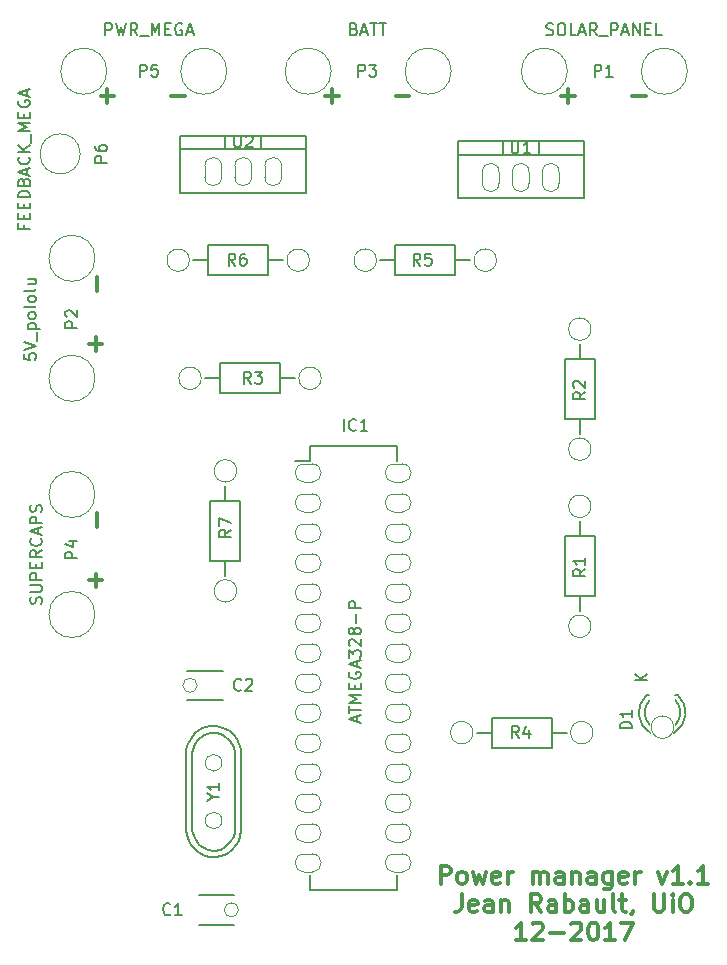
<source format=gto>
G04 #@! TF.FileFunction,Legend,Top*
%FSLAX46Y46*%
G04 Gerber Fmt 4.6, Leading zero omitted, Abs format (unit mm)*
G04 Created by KiCad (PCBNEW 4.0.2+dfsg1-stable) date on. 29. nov. 2017 kl. 15.41 +0100*
%MOMM*%
G01*
G04 APERTURE LIST*
%ADD10C,0.100000*%
%ADD11C,0.300000*%
%ADD12C,0.150000*%
G04 APERTURE END LIST*
D10*
D11*
X116214287Y-112778571D02*
X116214287Y-111278571D01*
X116785715Y-111278571D01*
X116928573Y-111350000D01*
X117000001Y-111421429D01*
X117071430Y-111564286D01*
X117071430Y-111778571D01*
X117000001Y-111921429D01*
X116928573Y-111992857D01*
X116785715Y-112064286D01*
X116214287Y-112064286D01*
X117928573Y-112778571D02*
X117785715Y-112707143D01*
X117714287Y-112635714D01*
X117642858Y-112492857D01*
X117642858Y-112064286D01*
X117714287Y-111921429D01*
X117785715Y-111850000D01*
X117928573Y-111778571D01*
X118142858Y-111778571D01*
X118285715Y-111850000D01*
X118357144Y-111921429D01*
X118428573Y-112064286D01*
X118428573Y-112492857D01*
X118357144Y-112635714D01*
X118285715Y-112707143D01*
X118142858Y-112778571D01*
X117928573Y-112778571D01*
X118928573Y-111778571D02*
X119214287Y-112778571D01*
X119500001Y-112064286D01*
X119785716Y-112778571D01*
X120071430Y-111778571D01*
X121214287Y-112707143D02*
X121071430Y-112778571D01*
X120785716Y-112778571D01*
X120642859Y-112707143D01*
X120571430Y-112564286D01*
X120571430Y-111992857D01*
X120642859Y-111850000D01*
X120785716Y-111778571D01*
X121071430Y-111778571D01*
X121214287Y-111850000D01*
X121285716Y-111992857D01*
X121285716Y-112135714D01*
X120571430Y-112278571D01*
X121928573Y-112778571D02*
X121928573Y-111778571D01*
X121928573Y-112064286D02*
X122000001Y-111921429D01*
X122071430Y-111850000D01*
X122214287Y-111778571D01*
X122357144Y-111778571D01*
X124000001Y-112778571D02*
X124000001Y-111778571D01*
X124000001Y-111921429D02*
X124071429Y-111850000D01*
X124214287Y-111778571D01*
X124428572Y-111778571D01*
X124571429Y-111850000D01*
X124642858Y-111992857D01*
X124642858Y-112778571D01*
X124642858Y-111992857D02*
X124714287Y-111850000D01*
X124857144Y-111778571D01*
X125071429Y-111778571D01*
X125214287Y-111850000D01*
X125285715Y-111992857D01*
X125285715Y-112778571D01*
X126642858Y-112778571D02*
X126642858Y-111992857D01*
X126571429Y-111850000D01*
X126428572Y-111778571D01*
X126142858Y-111778571D01*
X126000001Y-111850000D01*
X126642858Y-112707143D02*
X126500001Y-112778571D01*
X126142858Y-112778571D01*
X126000001Y-112707143D01*
X125928572Y-112564286D01*
X125928572Y-112421429D01*
X126000001Y-112278571D01*
X126142858Y-112207143D01*
X126500001Y-112207143D01*
X126642858Y-112135714D01*
X127357144Y-111778571D02*
X127357144Y-112778571D01*
X127357144Y-111921429D02*
X127428572Y-111850000D01*
X127571430Y-111778571D01*
X127785715Y-111778571D01*
X127928572Y-111850000D01*
X128000001Y-111992857D01*
X128000001Y-112778571D01*
X129357144Y-112778571D02*
X129357144Y-111992857D01*
X129285715Y-111850000D01*
X129142858Y-111778571D01*
X128857144Y-111778571D01*
X128714287Y-111850000D01*
X129357144Y-112707143D02*
X129214287Y-112778571D01*
X128857144Y-112778571D01*
X128714287Y-112707143D01*
X128642858Y-112564286D01*
X128642858Y-112421429D01*
X128714287Y-112278571D01*
X128857144Y-112207143D01*
X129214287Y-112207143D01*
X129357144Y-112135714D01*
X130714287Y-111778571D02*
X130714287Y-112992857D01*
X130642858Y-113135714D01*
X130571430Y-113207143D01*
X130428573Y-113278571D01*
X130214287Y-113278571D01*
X130071430Y-113207143D01*
X130714287Y-112707143D02*
X130571430Y-112778571D01*
X130285716Y-112778571D01*
X130142858Y-112707143D01*
X130071430Y-112635714D01*
X130000001Y-112492857D01*
X130000001Y-112064286D01*
X130071430Y-111921429D01*
X130142858Y-111850000D01*
X130285716Y-111778571D01*
X130571430Y-111778571D01*
X130714287Y-111850000D01*
X132000001Y-112707143D02*
X131857144Y-112778571D01*
X131571430Y-112778571D01*
X131428573Y-112707143D01*
X131357144Y-112564286D01*
X131357144Y-111992857D01*
X131428573Y-111850000D01*
X131571430Y-111778571D01*
X131857144Y-111778571D01*
X132000001Y-111850000D01*
X132071430Y-111992857D01*
X132071430Y-112135714D01*
X131357144Y-112278571D01*
X132714287Y-112778571D02*
X132714287Y-111778571D01*
X132714287Y-112064286D02*
X132785715Y-111921429D01*
X132857144Y-111850000D01*
X133000001Y-111778571D01*
X133142858Y-111778571D01*
X134642858Y-111778571D02*
X135000001Y-112778571D01*
X135357143Y-111778571D01*
X136714286Y-112778571D02*
X135857143Y-112778571D01*
X136285715Y-112778571D02*
X136285715Y-111278571D01*
X136142858Y-111492857D01*
X136000000Y-111635714D01*
X135857143Y-111707143D01*
X137357143Y-112635714D02*
X137428571Y-112707143D01*
X137357143Y-112778571D01*
X137285714Y-112707143D01*
X137357143Y-112635714D01*
X137357143Y-112778571D01*
X138857143Y-112778571D02*
X138000000Y-112778571D01*
X138428572Y-112778571D02*
X138428572Y-111278571D01*
X138285715Y-111492857D01*
X138142857Y-111635714D01*
X138000000Y-111707143D01*
X117999999Y-113678571D02*
X117999999Y-114750000D01*
X117928571Y-114964286D01*
X117785714Y-115107143D01*
X117571428Y-115178571D01*
X117428571Y-115178571D01*
X119285713Y-115107143D02*
X119142856Y-115178571D01*
X118857142Y-115178571D01*
X118714285Y-115107143D01*
X118642856Y-114964286D01*
X118642856Y-114392857D01*
X118714285Y-114250000D01*
X118857142Y-114178571D01*
X119142856Y-114178571D01*
X119285713Y-114250000D01*
X119357142Y-114392857D01*
X119357142Y-114535714D01*
X118642856Y-114678571D01*
X120642856Y-115178571D02*
X120642856Y-114392857D01*
X120571427Y-114250000D01*
X120428570Y-114178571D01*
X120142856Y-114178571D01*
X119999999Y-114250000D01*
X120642856Y-115107143D02*
X120499999Y-115178571D01*
X120142856Y-115178571D01*
X119999999Y-115107143D01*
X119928570Y-114964286D01*
X119928570Y-114821429D01*
X119999999Y-114678571D01*
X120142856Y-114607143D01*
X120499999Y-114607143D01*
X120642856Y-114535714D01*
X121357142Y-114178571D02*
X121357142Y-115178571D01*
X121357142Y-114321429D02*
X121428570Y-114250000D01*
X121571428Y-114178571D01*
X121785713Y-114178571D01*
X121928570Y-114250000D01*
X121999999Y-114392857D01*
X121999999Y-115178571D01*
X124714285Y-115178571D02*
X124214285Y-114464286D01*
X123857142Y-115178571D02*
X123857142Y-113678571D01*
X124428570Y-113678571D01*
X124571428Y-113750000D01*
X124642856Y-113821429D01*
X124714285Y-113964286D01*
X124714285Y-114178571D01*
X124642856Y-114321429D01*
X124571428Y-114392857D01*
X124428570Y-114464286D01*
X123857142Y-114464286D01*
X125999999Y-115178571D02*
X125999999Y-114392857D01*
X125928570Y-114250000D01*
X125785713Y-114178571D01*
X125499999Y-114178571D01*
X125357142Y-114250000D01*
X125999999Y-115107143D02*
X125857142Y-115178571D01*
X125499999Y-115178571D01*
X125357142Y-115107143D01*
X125285713Y-114964286D01*
X125285713Y-114821429D01*
X125357142Y-114678571D01*
X125499999Y-114607143D01*
X125857142Y-114607143D01*
X125999999Y-114535714D01*
X126714285Y-115178571D02*
X126714285Y-113678571D01*
X126714285Y-114250000D02*
X126857142Y-114178571D01*
X127142856Y-114178571D01*
X127285713Y-114250000D01*
X127357142Y-114321429D01*
X127428571Y-114464286D01*
X127428571Y-114892857D01*
X127357142Y-115035714D01*
X127285713Y-115107143D01*
X127142856Y-115178571D01*
X126857142Y-115178571D01*
X126714285Y-115107143D01*
X128714285Y-115178571D02*
X128714285Y-114392857D01*
X128642856Y-114250000D01*
X128499999Y-114178571D01*
X128214285Y-114178571D01*
X128071428Y-114250000D01*
X128714285Y-115107143D02*
X128571428Y-115178571D01*
X128214285Y-115178571D01*
X128071428Y-115107143D01*
X127999999Y-114964286D01*
X127999999Y-114821429D01*
X128071428Y-114678571D01*
X128214285Y-114607143D01*
X128571428Y-114607143D01*
X128714285Y-114535714D01*
X130071428Y-114178571D02*
X130071428Y-115178571D01*
X129428571Y-114178571D02*
X129428571Y-114964286D01*
X129499999Y-115107143D01*
X129642857Y-115178571D01*
X129857142Y-115178571D01*
X129999999Y-115107143D01*
X130071428Y-115035714D01*
X131000000Y-115178571D02*
X130857142Y-115107143D01*
X130785714Y-114964286D01*
X130785714Y-113678571D01*
X131357142Y-114178571D02*
X131928571Y-114178571D01*
X131571428Y-113678571D02*
X131571428Y-114964286D01*
X131642856Y-115107143D01*
X131785714Y-115178571D01*
X131928571Y-115178571D01*
X132499999Y-115107143D02*
X132499999Y-115178571D01*
X132428571Y-115321429D01*
X132357142Y-115392857D01*
X134285714Y-113678571D02*
X134285714Y-114892857D01*
X134357142Y-115035714D01*
X134428571Y-115107143D01*
X134571428Y-115178571D01*
X134857142Y-115178571D01*
X135000000Y-115107143D01*
X135071428Y-115035714D01*
X135142857Y-114892857D01*
X135142857Y-113678571D01*
X135857143Y-115178571D02*
X135857143Y-114178571D01*
X135857143Y-113678571D02*
X135785714Y-113750000D01*
X135857143Y-113821429D01*
X135928571Y-113750000D01*
X135857143Y-113678571D01*
X135857143Y-113821429D01*
X136857143Y-113678571D02*
X137142857Y-113678571D01*
X137285715Y-113750000D01*
X137428572Y-113892857D01*
X137500000Y-114178571D01*
X137500000Y-114678571D01*
X137428572Y-114964286D01*
X137285715Y-115107143D01*
X137142857Y-115178571D01*
X136857143Y-115178571D01*
X136714286Y-115107143D01*
X136571429Y-114964286D01*
X136500000Y-114678571D01*
X136500000Y-114178571D01*
X136571429Y-113892857D01*
X136714286Y-113750000D01*
X136857143Y-113678571D01*
X123428573Y-117578571D02*
X122571430Y-117578571D01*
X123000002Y-117578571D02*
X123000002Y-116078571D01*
X122857145Y-116292857D01*
X122714287Y-116435714D01*
X122571430Y-116507143D01*
X124000001Y-116221429D02*
X124071430Y-116150000D01*
X124214287Y-116078571D01*
X124571430Y-116078571D01*
X124714287Y-116150000D01*
X124785716Y-116221429D01*
X124857144Y-116364286D01*
X124857144Y-116507143D01*
X124785716Y-116721429D01*
X123928573Y-117578571D01*
X124857144Y-117578571D01*
X125500001Y-117007143D02*
X126642858Y-117007143D01*
X127285715Y-116221429D02*
X127357144Y-116150000D01*
X127500001Y-116078571D01*
X127857144Y-116078571D01*
X128000001Y-116150000D01*
X128071430Y-116221429D01*
X128142858Y-116364286D01*
X128142858Y-116507143D01*
X128071430Y-116721429D01*
X127214287Y-117578571D01*
X128142858Y-117578571D01*
X129071429Y-116078571D02*
X129214286Y-116078571D01*
X129357143Y-116150000D01*
X129428572Y-116221429D01*
X129500001Y-116364286D01*
X129571429Y-116650000D01*
X129571429Y-117007143D01*
X129500001Y-117292857D01*
X129428572Y-117435714D01*
X129357143Y-117507143D01*
X129214286Y-117578571D01*
X129071429Y-117578571D01*
X128928572Y-117507143D01*
X128857143Y-117435714D01*
X128785715Y-117292857D01*
X128714286Y-117007143D01*
X128714286Y-116650000D01*
X128785715Y-116364286D01*
X128857143Y-116221429D01*
X128928572Y-116150000D01*
X129071429Y-116078571D01*
X131000000Y-117578571D02*
X130142857Y-117578571D01*
X130571429Y-117578571D02*
X130571429Y-116078571D01*
X130428572Y-116292857D01*
X130285714Y-116435714D01*
X130142857Y-116507143D01*
X131500000Y-116078571D02*
X132500000Y-116078571D01*
X131857143Y-117578571D01*
X86428572Y-87107143D02*
X87571429Y-87107143D01*
X87000000Y-87678571D02*
X87000000Y-86535714D01*
X87107143Y-82571428D02*
X87107143Y-81428571D01*
X86428572Y-67107143D02*
X87571429Y-67107143D01*
X87000000Y-67678571D02*
X87000000Y-66535714D01*
X87107143Y-62571428D02*
X87107143Y-61428571D01*
X87428572Y-46107143D02*
X88571429Y-46107143D01*
X88000000Y-46678571D02*
X88000000Y-45535714D01*
X93428572Y-46107143D02*
X94571429Y-46107143D01*
X106428572Y-46107143D02*
X107571429Y-46107143D01*
X107000000Y-46678571D02*
X107000000Y-45535714D01*
X112428572Y-46107143D02*
X113571429Y-46107143D01*
X126428572Y-46107143D02*
X127571429Y-46107143D01*
X127000000Y-46678571D02*
X127000000Y-45535714D01*
X132428572Y-46107143D02*
X133571429Y-46107143D01*
D12*
X95750000Y-113750000D02*
X98750000Y-113750000D01*
X98750000Y-116250000D02*
X95750000Y-116250000D01*
X97750000Y-97250000D02*
X94750000Y-97250000D01*
X94750000Y-94750000D02*
X97750000Y-94750000D01*
X133686000Y-96801000D02*
X133886000Y-96801000D01*
X136280000Y-96801000D02*
X136100000Y-96801000D01*
X135969643Y-100028744D02*
G75*
G03X136286000Y-96801000I-1003643J1727744D01*
G01*
X136099068Y-99353006D02*
G75*
G03X136100000Y-97250000I-1133068J1052006D01*
G01*
X133659274Y-96813780D02*
G75*
G03X134006000Y-100051000I1306726J-1497220D01*
G01*
X133886747Y-97287111D02*
G75*
G03X133906000Y-99335000I1079253J-1013889D01*
G01*
X105135000Y-75705000D02*
X105135000Y-76975000D01*
X112485000Y-75705000D02*
X112485000Y-76975000D01*
X112485000Y-113315000D02*
X112485000Y-112045000D01*
X105135000Y-113315000D02*
X105135000Y-112045000D01*
X105135000Y-75705000D02*
X112485000Y-75705000D01*
X105135000Y-113315000D02*
X112485000Y-113315000D01*
X105135000Y-76975000D02*
X103850000Y-76975000D01*
X126730000Y-88460000D02*
X126730000Y-83380000D01*
X126730000Y-83380000D02*
X129270000Y-83380000D01*
X129270000Y-83380000D02*
X129270000Y-88460000D01*
X129270000Y-88460000D02*
X126730000Y-88460000D01*
X128000000Y-88460000D02*
X128000000Y-89730000D01*
X128000000Y-83380000D02*
X128000000Y-82110000D01*
X126730000Y-73460000D02*
X126730000Y-68380000D01*
X126730000Y-68380000D02*
X129270000Y-68380000D01*
X129270000Y-68380000D02*
X129270000Y-73460000D01*
X129270000Y-73460000D02*
X126730000Y-73460000D01*
X128000000Y-73460000D02*
X128000000Y-74730000D01*
X128000000Y-68380000D02*
X128000000Y-67110000D01*
X97540000Y-68730000D02*
X102620000Y-68730000D01*
X102620000Y-68730000D02*
X102620000Y-71270000D01*
X102620000Y-71270000D02*
X97540000Y-71270000D01*
X97540000Y-71270000D02*
X97540000Y-68730000D01*
X97540000Y-70000000D02*
X96270000Y-70000000D01*
X102620000Y-70000000D02*
X103890000Y-70000000D01*
X120540000Y-98730000D02*
X125620000Y-98730000D01*
X125620000Y-98730000D02*
X125620000Y-101270000D01*
X125620000Y-101270000D02*
X120540000Y-101270000D01*
X120540000Y-101270000D02*
X120540000Y-98730000D01*
X120540000Y-100000000D02*
X119270000Y-100000000D01*
X125620000Y-100000000D02*
X126890000Y-100000000D01*
X117460000Y-61270000D02*
X112380000Y-61270000D01*
X112380000Y-61270000D02*
X112380000Y-58730000D01*
X112380000Y-58730000D02*
X117460000Y-58730000D01*
X117460000Y-58730000D02*
X117460000Y-61270000D01*
X117460000Y-60000000D02*
X118730000Y-60000000D01*
X112380000Y-60000000D02*
X111110000Y-60000000D01*
X96540000Y-58730000D02*
X101620000Y-58730000D01*
X101620000Y-58730000D02*
X101620000Y-61270000D01*
X101620000Y-61270000D02*
X96540000Y-61270000D01*
X96540000Y-61270000D02*
X96540000Y-58730000D01*
X96540000Y-60000000D02*
X95270000Y-60000000D01*
X101620000Y-60000000D02*
X102890000Y-60000000D01*
X96730000Y-85460000D02*
X96730000Y-80380000D01*
X96730000Y-80380000D02*
X99270000Y-80380000D01*
X99270000Y-80380000D02*
X99270000Y-85460000D01*
X99270000Y-85460000D02*
X96730000Y-85460000D01*
X98000000Y-85460000D02*
X98000000Y-86730000D01*
X98000000Y-80380000D02*
X98000000Y-79110000D01*
X98000760Y-109699000D02*
X97599440Y-109899660D01*
X97599440Y-109899660D02*
X97000000Y-110001260D01*
X97000000Y-110001260D02*
X96499620Y-109899660D01*
X96499620Y-109899660D02*
X95801120Y-109500880D01*
X95801120Y-109500880D02*
X95399800Y-108898900D01*
X95399800Y-108898900D02*
X95199140Y-108299460D01*
X95199140Y-108299460D02*
X95199140Y-101700540D01*
X95199140Y-101700540D02*
X95399800Y-100999500D01*
X95399800Y-100999500D02*
X95699520Y-100600720D01*
X95699520Y-100600720D02*
X96199900Y-100199400D01*
X96199900Y-100199400D02*
X96799340Y-99998740D01*
X96799340Y-99998740D02*
X97299720Y-99998740D01*
X97299720Y-99998740D02*
X97800100Y-100199400D01*
X97800100Y-100199400D02*
X98399540Y-100699780D01*
X98399540Y-100699780D02*
X98699260Y-101200160D01*
X98699260Y-101200160D02*
X98800860Y-101700540D01*
X98800860Y-101799600D02*
X98800860Y-108401060D01*
X98800860Y-108401060D02*
X98699260Y-108799840D01*
X98699260Y-108799840D02*
X98399540Y-109300220D01*
X98399540Y-109300220D02*
X97899160Y-109800600D01*
X99329180Y-101809760D02*
X99280920Y-101350020D01*
X99280920Y-101350020D02*
X99169160Y-100951240D01*
X99169160Y-100951240D02*
X98950720Y-100519440D01*
X98950720Y-100519440D02*
X98719580Y-100229880D01*
X98719580Y-100229880D02*
X98369060Y-99899680D01*
X98369060Y-99899680D02*
X97830580Y-99610120D01*
X97830580Y-99610120D02*
X97231140Y-99480580D01*
X97231140Y-99480580D02*
X96720600Y-99480580D01*
X96720600Y-99480580D02*
X96019560Y-99650760D01*
X96019560Y-99650760D02*
X95430280Y-100049540D01*
X95430280Y-100049540D02*
X95059440Y-100509280D01*
X95059440Y-100509280D02*
X94851160Y-100930920D01*
X94851160Y-100930920D02*
X94691140Y-101380500D01*
X94691140Y-101380500D02*
X94660660Y-101819920D01*
X94879100Y-109160520D02*
X95100080Y-109538980D01*
X95100080Y-109538980D02*
X95379480Y-109859020D01*
X95379480Y-109859020D02*
X95709680Y-110110480D01*
X95709680Y-110110480D02*
X96260860Y-110410200D01*
X96260860Y-110410200D02*
X96730760Y-110519420D01*
X96730760Y-110519420D02*
X97190500Y-110539740D01*
X97190500Y-110539740D02*
X97650240Y-110450840D01*
X97650240Y-110450840D02*
X98099820Y-110260340D01*
X98099820Y-110260340D02*
X98569720Y-109899660D01*
X98569720Y-109899660D02*
X98889760Y-109549140D01*
X98889760Y-109549140D02*
X99120900Y-109160520D01*
X99120900Y-109160520D02*
X99260600Y-108731260D01*
X99260600Y-108731260D02*
X99329180Y-108289300D01*
X94670820Y-101799600D02*
X94670820Y-108251200D01*
X94670820Y-108251200D02*
X94708920Y-108670300D01*
X94708920Y-108670300D02*
X94879100Y-109160520D01*
X99329180Y-101799600D02*
X99329180Y-108251200D01*
X121476000Y-49952000D02*
X121476000Y-51095000D01*
X124524000Y-49952000D02*
X124524000Y-51095000D01*
X128334000Y-51095000D02*
X128334000Y-54778000D01*
X128334000Y-54778000D02*
X117666000Y-54778000D01*
X117666000Y-54778000D02*
X117666000Y-51095000D01*
X128334000Y-49952000D02*
X128334000Y-51095000D01*
X128334000Y-51095000D02*
X117666000Y-51095000D01*
X117666000Y-51095000D02*
X117666000Y-49952000D01*
X123000000Y-49952000D02*
X117666000Y-49952000D01*
X123000000Y-49952000D02*
X128334000Y-49952000D01*
X97976000Y-49452000D02*
X97976000Y-50595000D01*
X101024000Y-49452000D02*
X101024000Y-50595000D01*
X104834000Y-50595000D02*
X104834000Y-54278000D01*
X104834000Y-54278000D02*
X94166000Y-54278000D01*
X94166000Y-54278000D02*
X94166000Y-50595000D01*
X104834000Y-49452000D02*
X104834000Y-50595000D01*
X104834000Y-50595000D02*
X94166000Y-50595000D01*
X94166000Y-50595000D02*
X94166000Y-49452000D01*
X99500000Y-49452000D02*
X94166000Y-49452000D01*
X99500000Y-49452000D02*
X104834000Y-49452000D01*
D10*
X87950250Y-44000000D02*
G75*
G03X87950250Y-44000000I-1950250J0D01*
G01*
X98110250Y-44000000D02*
G75*
G03X98110250Y-44000000I-1950250J0D01*
G01*
X126950250Y-44000000D02*
G75*
G03X126950250Y-44000000I-1950250J0D01*
G01*
X137110250Y-44000000D02*
G75*
G03X137110250Y-44000000I-1950250J0D01*
G01*
X86950250Y-90000000D02*
G75*
G03X86950250Y-90000000I-1950250J0D01*
G01*
X86950250Y-79840000D02*
G75*
G03X86950250Y-79840000I-1950250J0D01*
G01*
X99100000Y-115000000D02*
G75*
G03X99100000Y-115000000I-600000J0D01*
G01*
X95600000Y-96000000D02*
G75*
G03X95600000Y-96000000I-600000J0D01*
G01*
X135950000Y-99540000D02*
G75*
G03X135950000Y-99540000I-950000J0D01*
G01*
X104650000Y-78750000D02*
X105350000Y-78750000D01*
X104650000Y-77250000D02*
X105350000Y-77250000D01*
X105350000Y-78750000D02*
G75*
G03X105350000Y-77250000I0J750000D01*
G01*
X104650000Y-77250000D02*
G75*
G03X104650000Y-78750000I0J-750000D01*
G01*
X104650000Y-81290000D02*
X105350000Y-81290000D01*
X104650000Y-79790000D02*
X105350000Y-79790000D01*
X105350000Y-81290000D02*
G75*
G03X105350000Y-79790000I0J750000D01*
G01*
X104650000Y-79790000D02*
G75*
G03X104650000Y-81290000I0J-750000D01*
G01*
X104650000Y-83830000D02*
X105350000Y-83830000D01*
X104650000Y-82330000D02*
X105350000Y-82330000D01*
X105350000Y-83830000D02*
G75*
G03X105350000Y-82330000I0J750000D01*
G01*
X104650000Y-82330000D02*
G75*
G03X104650000Y-83830000I0J-750000D01*
G01*
X104650000Y-86370000D02*
X105350000Y-86370000D01*
X104650000Y-84870000D02*
X105350000Y-84870000D01*
X105350000Y-86370000D02*
G75*
G03X105350000Y-84870000I0J750000D01*
G01*
X104650000Y-84870000D02*
G75*
G03X104650000Y-86370000I0J-750000D01*
G01*
X104650000Y-88910000D02*
X105350000Y-88910000D01*
X104650000Y-87410000D02*
X105350000Y-87410000D01*
X105350000Y-88910000D02*
G75*
G03X105350000Y-87410000I0J750000D01*
G01*
X104650000Y-87410000D02*
G75*
G03X104650000Y-88910000I0J-750000D01*
G01*
X104650000Y-91450000D02*
X105350000Y-91450000D01*
X104650000Y-89950000D02*
X105350000Y-89950000D01*
X105350000Y-91450000D02*
G75*
G03X105350000Y-89950000I0J750000D01*
G01*
X104650000Y-89950000D02*
G75*
G03X104650000Y-91450000I0J-750000D01*
G01*
X104650000Y-93990000D02*
X105350000Y-93990000D01*
X104650000Y-92490000D02*
X105350000Y-92490000D01*
X105350000Y-93990000D02*
G75*
G03X105350000Y-92490000I0J750000D01*
G01*
X104650000Y-92490000D02*
G75*
G03X104650000Y-93990000I0J-750000D01*
G01*
X104650000Y-96530000D02*
X105350000Y-96530000D01*
X104650000Y-95030000D02*
X105350000Y-95030000D01*
X105350000Y-96530000D02*
G75*
G03X105350000Y-95030000I0J750000D01*
G01*
X104650000Y-95030000D02*
G75*
G03X104650000Y-96530000I0J-750000D01*
G01*
X104650000Y-99070000D02*
X105350000Y-99070000D01*
X104650000Y-97570000D02*
X105350000Y-97570000D01*
X105350000Y-99070000D02*
G75*
G03X105350000Y-97570000I0J750000D01*
G01*
X104650000Y-97570000D02*
G75*
G03X104650000Y-99070000I0J-750000D01*
G01*
X104650000Y-101610000D02*
X105350000Y-101610000D01*
X104650000Y-100110000D02*
X105350000Y-100110000D01*
X105350000Y-101610000D02*
G75*
G03X105350000Y-100110000I0J750000D01*
G01*
X104650000Y-100110000D02*
G75*
G03X104650000Y-101610000I0J-750000D01*
G01*
X104650000Y-104150000D02*
X105350000Y-104150000D01*
X104650000Y-102650000D02*
X105350000Y-102650000D01*
X105350000Y-104150000D02*
G75*
G03X105350000Y-102650000I0J750000D01*
G01*
X104650000Y-102650000D02*
G75*
G03X104650000Y-104150000I0J-750000D01*
G01*
X104650000Y-106690000D02*
X105350000Y-106690000D01*
X104650000Y-105190000D02*
X105350000Y-105190000D01*
X105350000Y-106690000D02*
G75*
G03X105350000Y-105190000I0J750000D01*
G01*
X104650000Y-105190000D02*
G75*
G03X104650000Y-106690000I0J-750000D01*
G01*
X104650000Y-109230000D02*
X105350000Y-109230000D01*
X104650000Y-107730000D02*
X105350000Y-107730000D01*
X105350000Y-109230000D02*
G75*
G03X105350000Y-107730000I0J750000D01*
G01*
X104650000Y-107730000D02*
G75*
G03X104650000Y-109230000I0J-750000D01*
G01*
X104650000Y-111770000D02*
X105350000Y-111770000D01*
X104650000Y-110270000D02*
X105350000Y-110270000D01*
X105350000Y-111770000D02*
G75*
G03X105350000Y-110270000I0J750000D01*
G01*
X104650000Y-110270000D02*
G75*
G03X104650000Y-111770000I0J-750000D01*
G01*
X112270000Y-111770000D02*
X112970000Y-111770000D01*
X112270000Y-110270000D02*
X112970000Y-110270000D01*
X112970000Y-111770000D02*
G75*
G03X112970000Y-110270000I0J750000D01*
G01*
X112270000Y-110270000D02*
G75*
G03X112270000Y-111770000I0J-750000D01*
G01*
X112270000Y-109230000D02*
X112970000Y-109230000D01*
X112270000Y-107730000D02*
X112970000Y-107730000D01*
X112970000Y-109230000D02*
G75*
G03X112970000Y-107730000I0J750000D01*
G01*
X112270000Y-107730000D02*
G75*
G03X112270000Y-109230000I0J-750000D01*
G01*
X112270000Y-106690000D02*
X112970000Y-106690000D01*
X112270000Y-105190000D02*
X112970000Y-105190000D01*
X112970000Y-106690000D02*
G75*
G03X112970000Y-105190000I0J750000D01*
G01*
X112270000Y-105190000D02*
G75*
G03X112270000Y-106690000I0J-750000D01*
G01*
X112270000Y-104150000D02*
X112970000Y-104150000D01*
X112270000Y-102650000D02*
X112970000Y-102650000D01*
X112970000Y-104150000D02*
G75*
G03X112970000Y-102650000I0J750000D01*
G01*
X112270000Y-102650000D02*
G75*
G03X112270000Y-104150000I0J-750000D01*
G01*
X112270000Y-101610000D02*
X112970000Y-101610000D01*
X112270000Y-100110000D02*
X112970000Y-100110000D01*
X112970000Y-101610000D02*
G75*
G03X112970000Y-100110000I0J750000D01*
G01*
X112270000Y-100110000D02*
G75*
G03X112270000Y-101610000I0J-750000D01*
G01*
X112270000Y-99070000D02*
X112970000Y-99070000D01*
X112270000Y-97570000D02*
X112970000Y-97570000D01*
X112970000Y-99070000D02*
G75*
G03X112970000Y-97570000I0J750000D01*
G01*
X112270000Y-97570000D02*
G75*
G03X112270000Y-99070000I0J-750000D01*
G01*
X112270000Y-96530000D02*
X112970000Y-96530000D01*
X112270000Y-95030000D02*
X112970000Y-95030000D01*
X112970000Y-96530000D02*
G75*
G03X112970000Y-95030000I0J750000D01*
G01*
X112270000Y-95030000D02*
G75*
G03X112270000Y-96530000I0J-750000D01*
G01*
X112270000Y-93990000D02*
X112970000Y-93990000D01*
X112270000Y-92490000D02*
X112970000Y-92490000D01*
X112970000Y-93990000D02*
G75*
G03X112970000Y-92490000I0J750000D01*
G01*
X112270000Y-92490000D02*
G75*
G03X112270000Y-93990000I0J-750000D01*
G01*
X112270000Y-91450000D02*
X112970000Y-91450000D01*
X112270000Y-89950000D02*
X112970000Y-89950000D01*
X112970000Y-91450000D02*
G75*
G03X112970000Y-89950000I0J750000D01*
G01*
X112270000Y-89950000D02*
G75*
G03X112270000Y-91450000I0J-750000D01*
G01*
X112270000Y-88910000D02*
X112970000Y-88910000D01*
X112270000Y-87410000D02*
X112970000Y-87410000D01*
X112970000Y-88910000D02*
G75*
G03X112970000Y-87410000I0J750000D01*
G01*
X112270000Y-87410000D02*
G75*
G03X112270000Y-88910000I0J-750000D01*
G01*
X112270000Y-86370000D02*
X112970000Y-86370000D01*
X112270000Y-84870000D02*
X112970000Y-84870000D01*
X112970000Y-86370000D02*
G75*
G03X112970000Y-84870000I0J750000D01*
G01*
X112270000Y-84870000D02*
G75*
G03X112270000Y-86370000I0J-750000D01*
G01*
X112270000Y-83830000D02*
X112970000Y-83830000D01*
X112270000Y-82330000D02*
X112970000Y-82330000D01*
X112970000Y-83830000D02*
G75*
G03X112970000Y-82330000I0J750000D01*
G01*
X112270000Y-82330000D02*
G75*
G03X112270000Y-83830000I0J-750000D01*
G01*
X112270000Y-81290000D02*
X112970000Y-81290000D01*
X112270000Y-79790000D02*
X112970000Y-79790000D01*
X112970000Y-81290000D02*
G75*
G03X112970000Y-79790000I0J750000D01*
G01*
X112270000Y-79790000D02*
G75*
G03X112270000Y-81290000I0J-750000D01*
G01*
X112270000Y-78750000D02*
X112970000Y-78750000D01*
X112270000Y-77250000D02*
X112970000Y-77250000D01*
X112970000Y-78750000D02*
G75*
G03X112970000Y-77250000I0J750000D01*
G01*
X112270000Y-77250000D02*
G75*
G03X112270000Y-78750000I0J-750000D01*
G01*
X86950250Y-70000000D02*
G75*
G03X86950250Y-70000000I-1950250J0D01*
G01*
X86950250Y-59840000D02*
G75*
G03X86950250Y-59840000I-1950250J0D01*
G01*
X106950250Y-44000000D02*
G75*
G03X106950250Y-44000000I-1950250J0D01*
G01*
X117110250Y-44000000D02*
G75*
G03X117110250Y-44000000I-1950250J0D01*
G01*
X85700060Y-51000000D02*
G75*
G03X85700060Y-51000000I-1700060J0D01*
G01*
X128949490Y-91000000D02*
G75*
G03X128949490Y-91000000I-949490J0D01*
G01*
X128949490Y-80840000D02*
G75*
G03X128949490Y-80840000I-949490J0D01*
G01*
X128949490Y-76000000D02*
G75*
G03X128949490Y-76000000I-949490J0D01*
G01*
X128949490Y-65840000D02*
G75*
G03X128949490Y-65840000I-949490J0D01*
G01*
X95949490Y-70000000D02*
G75*
G03X95949490Y-70000000I-949490J0D01*
G01*
X106109490Y-70000000D02*
G75*
G03X106109490Y-70000000I-949490J0D01*
G01*
X118949490Y-100000000D02*
G75*
G03X118949490Y-100000000I-949490J0D01*
G01*
X129109490Y-100000000D02*
G75*
G03X129109490Y-100000000I-949490J0D01*
G01*
X120949490Y-60000000D02*
G75*
G03X120949490Y-60000000I-949490J0D01*
G01*
X110789490Y-60000000D02*
G75*
G03X110789490Y-60000000I-949490J0D01*
G01*
X94949490Y-60000000D02*
G75*
G03X94949490Y-60000000I-949490J0D01*
G01*
X105109490Y-60000000D02*
G75*
G03X105109490Y-60000000I-949490J0D01*
G01*
X98949490Y-88000000D02*
G75*
G03X98949490Y-88000000I-949490J0D01*
G01*
X98949490Y-77840000D02*
G75*
G03X98949490Y-77840000I-949490J0D01*
G01*
X97700570Y-102559060D02*
G75*
G03X97700570Y-102559060I-700570J0D01*
G01*
X97700570Y-107440940D02*
G75*
G03X97700570Y-107440940I-700570J0D01*
G01*
X123700570Y-53499110D02*
X123700570Y-52500890D01*
X122299430Y-53499110D02*
X122299430Y-52500890D01*
X123700570Y-52500890D02*
G75*
G03X122299430Y-52500890I-700570J0D01*
G01*
X122299430Y-53499110D02*
G75*
G03X123700570Y-53499110I700570J0D01*
G01*
X121160570Y-53499110D02*
X121160570Y-52500890D01*
X119759430Y-53499110D02*
X119759430Y-52500890D01*
X121160570Y-52500890D02*
G75*
G03X119759430Y-52500890I-700570J0D01*
G01*
X119759430Y-53499110D02*
G75*
G03X121160570Y-53499110I700570J0D01*
G01*
X126240570Y-53499110D02*
X126240570Y-52500890D01*
X124839430Y-53499110D02*
X124839430Y-52500890D01*
X126240570Y-52500890D02*
G75*
G03X124839430Y-52500890I-700570J0D01*
G01*
X124839430Y-53499110D02*
G75*
G03X126240570Y-53499110I700570J0D01*
G01*
X100200570Y-52999110D02*
X100200570Y-52000890D01*
X98799430Y-52999110D02*
X98799430Y-52000890D01*
X100200570Y-52000890D02*
G75*
G03X98799430Y-52000890I-700570J0D01*
G01*
X98799430Y-52999110D02*
G75*
G03X100200570Y-52999110I700570J0D01*
G01*
X97660570Y-52999110D02*
X97660570Y-52000890D01*
X96259430Y-52999110D02*
X96259430Y-52000890D01*
X97660570Y-52000890D02*
G75*
G03X96259430Y-52000890I-700570J0D01*
G01*
X96259430Y-52999110D02*
G75*
G03X97660570Y-52999110I700570J0D01*
G01*
X102740570Y-52999110D02*
X102740570Y-52000890D01*
X101339430Y-52999110D02*
X101339430Y-52000890D01*
X102740570Y-52000890D02*
G75*
G03X101339430Y-52000890I-700570J0D01*
G01*
X101339430Y-52999110D02*
G75*
G03X102740570Y-52999110I700570J0D01*
G01*
D12*
X90761905Y-44452381D02*
X90761905Y-43452381D01*
X91142858Y-43452381D01*
X91238096Y-43500000D01*
X91285715Y-43547619D01*
X91333334Y-43642857D01*
X91333334Y-43785714D01*
X91285715Y-43880952D01*
X91238096Y-43928571D01*
X91142858Y-43976190D01*
X90761905Y-43976190D01*
X92238096Y-43452381D02*
X91761905Y-43452381D01*
X91714286Y-43928571D01*
X91761905Y-43880952D01*
X91857143Y-43833333D01*
X92095239Y-43833333D01*
X92190477Y-43880952D01*
X92238096Y-43928571D01*
X92285715Y-44023810D01*
X92285715Y-44261905D01*
X92238096Y-44357143D01*
X92190477Y-44404762D01*
X92095239Y-44452381D01*
X91857143Y-44452381D01*
X91761905Y-44404762D01*
X91714286Y-44357143D01*
X87833333Y-40952381D02*
X87833333Y-39952381D01*
X88214286Y-39952381D01*
X88309524Y-40000000D01*
X88357143Y-40047619D01*
X88404762Y-40142857D01*
X88404762Y-40285714D01*
X88357143Y-40380952D01*
X88309524Y-40428571D01*
X88214286Y-40476190D01*
X87833333Y-40476190D01*
X88738095Y-39952381D02*
X88976190Y-40952381D01*
X89166667Y-40238095D01*
X89357143Y-40952381D01*
X89595238Y-39952381D01*
X90547619Y-40952381D02*
X90214285Y-40476190D01*
X89976190Y-40952381D02*
X89976190Y-39952381D01*
X90357143Y-39952381D01*
X90452381Y-40000000D01*
X90500000Y-40047619D01*
X90547619Y-40142857D01*
X90547619Y-40285714D01*
X90500000Y-40380952D01*
X90452381Y-40428571D01*
X90357143Y-40476190D01*
X89976190Y-40476190D01*
X90738095Y-41047619D02*
X91500000Y-41047619D01*
X91738095Y-40952381D02*
X91738095Y-39952381D01*
X92071429Y-40666667D01*
X92404762Y-39952381D01*
X92404762Y-40952381D01*
X92880952Y-40428571D02*
X93214286Y-40428571D01*
X93357143Y-40952381D02*
X92880952Y-40952381D01*
X92880952Y-39952381D01*
X93357143Y-39952381D01*
X94309524Y-40000000D02*
X94214286Y-39952381D01*
X94071429Y-39952381D01*
X93928571Y-40000000D01*
X93833333Y-40095238D01*
X93785714Y-40190476D01*
X93738095Y-40380952D01*
X93738095Y-40523810D01*
X93785714Y-40714286D01*
X93833333Y-40809524D01*
X93928571Y-40904762D01*
X94071429Y-40952381D01*
X94166667Y-40952381D01*
X94309524Y-40904762D01*
X94357143Y-40857143D01*
X94357143Y-40523810D01*
X94166667Y-40523810D01*
X94738095Y-40666667D02*
X95214286Y-40666667D01*
X94642857Y-40952381D02*
X94976190Y-39952381D01*
X95309524Y-40952381D01*
X129261905Y-44452381D02*
X129261905Y-43452381D01*
X129642858Y-43452381D01*
X129738096Y-43500000D01*
X129785715Y-43547619D01*
X129833334Y-43642857D01*
X129833334Y-43785714D01*
X129785715Y-43880952D01*
X129738096Y-43928571D01*
X129642858Y-43976190D01*
X129261905Y-43976190D01*
X130785715Y-44452381D02*
X130214286Y-44452381D01*
X130500000Y-44452381D02*
X130500000Y-43452381D01*
X130404762Y-43595238D01*
X130309524Y-43690476D01*
X130214286Y-43738095D01*
X125166666Y-40904762D02*
X125309523Y-40952381D01*
X125547619Y-40952381D01*
X125642857Y-40904762D01*
X125690476Y-40857143D01*
X125738095Y-40761905D01*
X125738095Y-40666667D01*
X125690476Y-40571429D01*
X125642857Y-40523810D01*
X125547619Y-40476190D01*
X125357142Y-40428571D01*
X125261904Y-40380952D01*
X125214285Y-40333333D01*
X125166666Y-40238095D01*
X125166666Y-40142857D01*
X125214285Y-40047619D01*
X125261904Y-40000000D01*
X125357142Y-39952381D01*
X125595238Y-39952381D01*
X125738095Y-40000000D01*
X126357142Y-39952381D02*
X126547619Y-39952381D01*
X126642857Y-40000000D01*
X126738095Y-40095238D01*
X126785714Y-40285714D01*
X126785714Y-40619048D01*
X126738095Y-40809524D01*
X126642857Y-40904762D01*
X126547619Y-40952381D01*
X126357142Y-40952381D01*
X126261904Y-40904762D01*
X126166666Y-40809524D01*
X126119047Y-40619048D01*
X126119047Y-40285714D01*
X126166666Y-40095238D01*
X126261904Y-40000000D01*
X126357142Y-39952381D01*
X127690476Y-40952381D02*
X127214285Y-40952381D01*
X127214285Y-39952381D01*
X127976190Y-40666667D02*
X128452381Y-40666667D01*
X127880952Y-40952381D02*
X128214285Y-39952381D01*
X128547619Y-40952381D01*
X129452381Y-40952381D02*
X129119047Y-40476190D01*
X128880952Y-40952381D02*
X128880952Y-39952381D01*
X129261905Y-39952381D01*
X129357143Y-40000000D01*
X129404762Y-40047619D01*
X129452381Y-40142857D01*
X129452381Y-40285714D01*
X129404762Y-40380952D01*
X129357143Y-40428571D01*
X129261905Y-40476190D01*
X128880952Y-40476190D01*
X129642857Y-41047619D02*
X130404762Y-41047619D01*
X130642857Y-40952381D02*
X130642857Y-39952381D01*
X131023810Y-39952381D01*
X131119048Y-40000000D01*
X131166667Y-40047619D01*
X131214286Y-40142857D01*
X131214286Y-40285714D01*
X131166667Y-40380952D01*
X131119048Y-40428571D01*
X131023810Y-40476190D01*
X130642857Y-40476190D01*
X131595238Y-40666667D02*
X132071429Y-40666667D01*
X131500000Y-40952381D02*
X131833333Y-39952381D01*
X132166667Y-40952381D01*
X132500000Y-40952381D02*
X132500000Y-39952381D01*
X133071429Y-40952381D01*
X133071429Y-39952381D01*
X133547619Y-40428571D02*
X133880953Y-40428571D01*
X134023810Y-40952381D02*
X133547619Y-40952381D01*
X133547619Y-39952381D01*
X134023810Y-39952381D01*
X134928572Y-40952381D02*
X134452381Y-40952381D01*
X134452381Y-39952381D01*
X85452381Y-85238095D02*
X84452381Y-85238095D01*
X84452381Y-84857142D01*
X84500000Y-84761904D01*
X84547619Y-84714285D01*
X84642857Y-84666666D01*
X84785714Y-84666666D01*
X84880952Y-84714285D01*
X84928571Y-84761904D01*
X84976190Y-84857142D01*
X84976190Y-85238095D01*
X84785714Y-83809523D02*
X85452381Y-83809523D01*
X84404762Y-84047619D02*
X85119048Y-84285714D01*
X85119048Y-83666666D01*
X82404762Y-89086667D02*
X82452381Y-88943810D01*
X82452381Y-88705714D01*
X82404762Y-88610476D01*
X82357143Y-88562857D01*
X82261905Y-88515238D01*
X82166667Y-88515238D01*
X82071429Y-88562857D01*
X82023810Y-88610476D01*
X81976190Y-88705714D01*
X81928571Y-88896191D01*
X81880952Y-88991429D01*
X81833333Y-89039048D01*
X81738095Y-89086667D01*
X81642857Y-89086667D01*
X81547619Y-89039048D01*
X81500000Y-88991429D01*
X81452381Y-88896191D01*
X81452381Y-88658095D01*
X81500000Y-88515238D01*
X81452381Y-88086667D02*
X82261905Y-88086667D01*
X82357143Y-88039048D01*
X82404762Y-87991429D01*
X82452381Y-87896191D01*
X82452381Y-87705714D01*
X82404762Y-87610476D01*
X82357143Y-87562857D01*
X82261905Y-87515238D01*
X81452381Y-87515238D01*
X82452381Y-87039048D02*
X81452381Y-87039048D01*
X81452381Y-86658095D01*
X81500000Y-86562857D01*
X81547619Y-86515238D01*
X81642857Y-86467619D01*
X81785714Y-86467619D01*
X81880952Y-86515238D01*
X81928571Y-86562857D01*
X81976190Y-86658095D01*
X81976190Y-87039048D01*
X81928571Y-86039048D02*
X81928571Y-85705714D01*
X82452381Y-85562857D02*
X82452381Y-86039048D01*
X81452381Y-86039048D01*
X81452381Y-85562857D01*
X82452381Y-84562857D02*
X81976190Y-84896191D01*
X82452381Y-85134286D02*
X81452381Y-85134286D01*
X81452381Y-84753333D01*
X81500000Y-84658095D01*
X81547619Y-84610476D01*
X81642857Y-84562857D01*
X81785714Y-84562857D01*
X81880952Y-84610476D01*
X81928571Y-84658095D01*
X81976190Y-84753333D01*
X81976190Y-85134286D01*
X82357143Y-83562857D02*
X82404762Y-83610476D01*
X82452381Y-83753333D01*
X82452381Y-83848571D01*
X82404762Y-83991429D01*
X82309524Y-84086667D01*
X82214286Y-84134286D01*
X82023810Y-84181905D01*
X81880952Y-84181905D01*
X81690476Y-84134286D01*
X81595238Y-84086667D01*
X81500000Y-83991429D01*
X81452381Y-83848571D01*
X81452381Y-83753333D01*
X81500000Y-83610476D01*
X81547619Y-83562857D01*
X82166667Y-83181905D02*
X82166667Y-82705714D01*
X82452381Y-83277143D02*
X81452381Y-82943810D01*
X82452381Y-82610476D01*
X82452381Y-82277143D02*
X81452381Y-82277143D01*
X81452381Y-81896190D01*
X81500000Y-81800952D01*
X81547619Y-81753333D01*
X81642857Y-81705714D01*
X81785714Y-81705714D01*
X81880952Y-81753333D01*
X81928571Y-81800952D01*
X81976190Y-81896190D01*
X81976190Y-82277143D01*
X82404762Y-81324762D02*
X82452381Y-81181905D01*
X82452381Y-80943809D01*
X82404762Y-80848571D01*
X82357143Y-80800952D01*
X82261905Y-80753333D01*
X82166667Y-80753333D01*
X82071429Y-80800952D01*
X82023810Y-80848571D01*
X81976190Y-80943809D01*
X81928571Y-81134286D01*
X81880952Y-81229524D01*
X81833333Y-81277143D01*
X81738095Y-81324762D01*
X81642857Y-81324762D01*
X81547619Y-81277143D01*
X81500000Y-81229524D01*
X81452381Y-81134286D01*
X81452381Y-80896190D01*
X81500000Y-80753333D01*
X93333334Y-115357143D02*
X93285715Y-115404762D01*
X93142858Y-115452381D01*
X93047620Y-115452381D01*
X92904762Y-115404762D01*
X92809524Y-115309524D01*
X92761905Y-115214286D01*
X92714286Y-115023810D01*
X92714286Y-114880952D01*
X92761905Y-114690476D01*
X92809524Y-114595238D01*
X92904762Y-114500000D01*
X93047620Y-114452381D01*
X93142858Y-114452381D01*
X93285715Y-114500000D01*
X93333334Y-114547619D01*
X94285715Y-115452381D02*
X93714286Y-115452381D01*
X94000000Y-115452381D02*
X94000000Y-114452381D01*
X93904762Y-114595238D01*
X93809524Y-114690476D01*
X93714286Y-114738095D01*
X99333334Y-96357143D02*
X99285715Y-96404762D01*
X99142858Y-96452381D01*
X99047620Y-96452381D01*
X98904762Y-96404762D01*
X98809524Y-96309524D01*
X98761905Y-96214286D01*
X98714286Y-96023810D01*
X98714286Y-95880952D01*
X98761905Y-95690476D01*
X98809524Y-95595238D01*
X98904762Y-95500000D01*
X99047620Y-95452381D01*
X99142858Y-95452381D01*
X99285715Y-95500000D01*
X99333334Y-95547619D01*
X99714286Y-95547619D02*
X99761905Y-95500000D01*
X99857143Y-95452381D01*
X100095239Y-95452381D01*
X100190477Y-95500000D01*
X100238096Y-95547619D01*
X100285715Y-95642857D01*
X100285715Y-95738095D01*
X100238096Y-95880952D01*
X99666667Y-96452381D01*
X100285715Y-96452381D01*
X132392381Y-99648095D02*
X131392381Y-99648095D01*
X131392381Y-99410000D01*
X131440000Y-99267142D01*
X131535238Y-99171904D01*
X131630476Y-99124285D01*
X131820952Y-99076666D01*
X131963810Y-99076666D01*
X132154286Y-99124285D01*
X132249524Y-99171904D01*
X132344762Y-99267142D01*
X132392381Y-99410000D01*
X132392381Y-99648095D01*
X132392381Y-98124285D02*
X132392381Y-98695714D01*
X132392381Y-98410000D02*
X131392381Y-98410000D01*
X131535238Y-98505238D01*
X131630476Y-98600476D01*
X131678095Y-98695714D01*
X133712381Y-95571905D02*
X132712381Y-95571905D01*
X133712381Y-95000476D02*
X133140952Y-95429048D01*
X132712381Y-95000476D02*
X133283810Y-95571905D01*
X108023810Y-74452381D02*
X108023810Y-73452381D01*
X109071429Y-74357143D02*
X109023810Y-74404762D01*
X108880953Y-74452381D01*
X108785715Y-74452381D01*
X108642857Y-74404762D01*
X108547619Y-74309524D01*
X108500000Y-74214286D01*
X108452381Y-74023810D01*
X108452381Y-73880952D01*
X108500000Y-73690476D01*
X108547619Y-73595238D01*
X108642857Y-73500000D01*
X108785715Y-73452381D01*
X108880953Y-73452381D01*
X109023810Y-73500000D01*
X109071429Y-73547619D01*
X110023810Y-74452381D02*
X109452381Y-74452381D01*
X109738095Y-74452381D02*
X109738095Y-73452381D01*
X109642857Y-73595238D01*
X109547619Y-73690476D01*
X109452381Y-73738095D01*
X109166667Y-99119048D02*
X109166667Y-98642857D01*
X109452381Y-99214286D02*
X108452381Y-98880953D01*
X109452381Y-98547619D01*
X108452381Y-98357143D02*
X108452381Y-97785714D01*
X109452381Y-98071429D02*
X108452381Y-98071429D01*
X109452381Y-97452381D02*
X108452381Y-97452381D01*
X109166667Y-97119047D01*
X108452381Y-96785714D01*
X109452381Y-96785714D01*
X108928571Y-96309524D02*
X108928571Y-95976190D01*
X109452381Y-95833333D02*
X109452381Y-96309524D01*
X108452381Y-96309524D01*
X108452381Y-95833333D01*
X108500000Y-94880952D02*
X108452381Y-94976190D01*
X108452381Y-95119047D01*
X108500000Y-95261905D01*
X108595238Y-95357143D01*
X108690476Y-95404762D01*
X108880952Y-95452381D01*
X109023810Y-95452381D01*
X109214286Y-95404762D01*
X109309524Y-95357143D01*
X109404762Y-95261905D01*
X109452381Y-95119047D01*
X109452381Y-95023809D01*
X109404762Y-94880952D01*
X109357143Y-94833333D01*
X109023810Y-94833333D01*
X109023810Y-95023809D01*
X109166667Y-94452381D02*
X109166667Y-93976190D01*
X109452381Y-94547619D02*
X108452381Y-94214286D01*
X109452381Y-93880952D01*
X108452381Y-93642857D02*
X108452381Y-93023809D01*
X108833333Y-93357143D01*
X108833333Y-93214285D01*
X108880952Y-93119047D01*
X108928571Y-93071428D01*
X109023810Y-93023809D01*
X109261905Y-93023809D01*
X109357143Y-93071428D01*
X109404762Y-93119047D01*
X109452381Y-93214285D01*
X109452381Y-93500000D01*
X109404762Y-93595238D01*
X109357143Y-93642857D01*
X108547619Y-92642857D02*
X108500000Y-92595238D01*
X108452381Y-92500000D01*
X108452381Y-92261904D01*
X108500000Y-92166666D01*
X108547619Y-92119047D01*
X108642857Y-92071428D01*
X108738095Y-92071428D01*
X108880952Y-92119047D01*
X109452381Y-92690476D01*
X109452381Y-92071428D01*
X108880952Y-91500000D02*
X108833333Y-91595238D01*
X108785714Y-91642857D01*
X108690476Y-91690476D01*
X108642857Y-91690476D01*
X108547619Y-91642857D01*
X108500000Y-91595238D01*
X108452381Y-91500000D01*
X108452381Y-91309523D01*
X108500000Y-91214285D01*
X108547619Y-91166666D01*
X108642857Y-91119047D01*
X108690476Y-91119047D01*
X108785714Y-91166666D01*
X108833333Y-91214285D01*
X108880952Y-91309523D01*
X108880952Y-91500000D01*
X108928571Y-91595238D01*
X108976190Y-91642857D01*
X109071429Y-91690476D01*
X109261905Y-91690476D01*
X109357143Y-91642857D01*
X109404762Y-91595238D01*
X109452381Y-91500000D01*
X109452381Y-91309523D01*
X109404762Y-91214285D01*
X109357143Y-91166666D01*
X109261905Y-91119047D01*
X109071429Y-91119047D01*
X108976190Y-91166666D01*
X108928571Y-91214285D01*
X108880952Y-91309523D01*
X109071429Y-90690476D02*
X109071429Y-89928571D01*
X109452381Y-89452381D02*
X108452381Y-89452381D01*
X108452381Y-89071428D01*
X108500000Y-88976190D01*
X108547619Y-88928571D01*
X108642857Y-88880952D01*
X108785714Y-88880952D01*
X108880952Y-88928571D01*
X108928571Y-88976190D01*
X108976190Y-89071428D01*
X108976190Y-89452381D01*
X85452381Y-65738095D02*
X84452381Y-65738095D01*
X84452381Y-65357142D01*
X84500000Y-65261904D01*
X84547619Y-65214285D01*
X84642857Y-65166666D01*
X84785714Y-65166666D01*
X84880952Y-65214285D01*
X84928571Y-65261904D01*
X84976190Y-65357142D01*
X84976190Y-65738095D01*
X84547619Y-64785714D02*
X84500000Y-64738095D01*
X84452381Y-64642857D01*
X84452381Y-64404761D01*
X84500000Y-64309523D01*
X84547619Y-64261904D01*
X84642857Y-64214285D01*
X84738095Y-64214285D01*
X84880952Y-64261904D01*
X85452381Y-64833333D01*
X85452381Y-64214285D01*
X80952381Y-67904762D02*
X80952381Y-68380953D01*
X81428571Y-68428572D01*
X81380952Y-68380953D01*
X81333333Y-68285715D01*
X81333333Y-68047619D01*
X81380952Y-67952381D01*
X81428571Y-67904762D01*
X81523810Y-67857143D01*
X81761905Y-67857143D01*
X81857143Y-67904762D01*
X81904762Y-67952381D01*
X81952381Y-68047619D01*
X81952381Y-68285715D01*
X81904762Y-68380953D01*
X81857143Y-68428572D01*
X80952381Y-67571429D02*
X81952381Y-67238096D01*
X80952381Y-66904762D01*
X82047619Y-66809524D02*
X82047619Y-66047619D01*
X81285714Y-65809524D02*
X82285714Y-65809524D01*
X81333333Y-65809524D02*
X81285714Y-65714286D01*
X81285714Y-65523809D01*
X81333333Y-65428571D01*
X81380952Y-65380952D01*
X81476190Y-65333333D01*
X81761905Y-65333333D01*
X81857143Y-65380952D01*
X81904762Y-65428571D01*
X81952381Y-65523809D01*
X81952381Y-65714286D01*
X81904762Y-65809524D01*
X81952381Y-64761905D02*
X81904762Y-64857143D01*
X81857143Y-64904762D01*
X81761905Y-64952381D01*
X81476190Y-64952381D01*
X81380952Y-64904762D01*
X81333333Y-64857143D01*
X81285714Y-64761905D01*
X81285714Y-64619047D01*
X81333333Y-64523809D01*
X81380952Y-64476190D01*
X81476190Y-64428571D01*
X81761905Y-64428571D01*
X81857143Y-64476190D01*
X81904762Y-64523809D01*
X81952381Y-64619047D01*
X81952381Y-64761905D01*
X81952381Y-63857143D02*
X81904762Y-63952381D01*
X81809524Y-64000000D01*
X80952381Y-64000000D01*
X81952381Y-63333333D02*
X81904762Y-63428571D01*
X81857143Y-63476190D01*
X81761905Y-63523809D01*
X81476190Y-63523809D01*
X81380952Y-63476190D01*
X81333333Y-63428571D01*
X81285714Y-63333333D01*
X81285714Y-63190475D01*
X81333333Y-63095237D01*
X81380952Y-63047618D01*
X81476190Y-62999999D01*
X81761905Y-62999999D01*
X81857143Y-63047618D01*
X81904762Y-63095237D01*
X81952381Y-63190475D01*
X81952381Y-63333333D01*
X81952381Y-62428571D02*
X81904762Y-62523809D01*
X81809524Y-62571428D01*
X80952381Y-62571428D01*
X81285714Y-61619046D02*
X81952381Y-61619046D01*
X81285714Y-62047618D02*
X81809524Y-62047618D01*
X81904762Y-61999999D01*
X81952381Y-61904761D01*
X81952381Y-61761903D01*
X81904762Y-61666665D01*
X81857143Y-61619046D01*
X109261905Y-44452381D02*
X109261905Y-43452381D01*
X109642858Y-43452381D01*
X109738096Y-43500000D01*
X109785715Y-43547619D01*
X109833334Y-43642857D01*
X109833334Y-43785714D01*
X109785715Y-43880952D01*
X109738096Y-43928571D01*
X109642858Y-43976190D01*
X109261905Y-43976190D01*
X110166667Y-43452381D02*
X110785715Y-43452381D01*
X110452381Y-43833333D01*
X110595239Y-43833333D01*
X110690477Y-43880952D01*
X110738096Y-43928571D01*
X110785715Y-44023810D01*
X110785715Y-44261905D01*
X110738096Y-44357143D01*
X110690477Y-44404762D01*
X110595239Y-44452381D01*
X110309524Y-44452381D01*
X110214286Y-44404762D01*
X110166667Y-44357143D01*
X108880953Y-40428571D02*
X109023810Y-40476190D01*
X109071429Y-40523810D01*
X109119048Y-40619048D01*
X109119048Y-40761905D01*
X109071429Y-40857143D01*
X109023810Y-40904762D01*
X108928572Y-40952381D01*
X108547619Y-40952381D01*
X108547619Y-39952381D01*
X108880953Y-39952381D01*
X108976191Y-40000000D01*
X109023810Y-40047619D01*
X109071429Y-40142857D01*
X109071429Y-40238095D01*
X109023810Y-40333333D01*
X108976191Y-40380952D01*
X108880953Y-40428571D01*
X108547619Y-40428571D01*
X109500000Y-40666667D02*
X109976191Y-40666667D01*
X109404762Y-40952381D02*
X109738095Y-39952381D01*
X110071429Y-40952381D01*
X110261905Y-39952381D02*
X110833334Y-39952381D01*
X110547619Y-40952381D02*
X110547619Y-39952381D01*
X111023810Y-39952381D02*
X111595239Y-39952381D01*
X111309524Y-40952381D02*
X111309524Y-39952381D01*
X87952381Y-51738095D02*
X86952381Y-51738095D01*
X86952381Y-51357142D01*
X87000000Y-51261904D01*
X87047619Y-51214285D01*
X87142857Y-51166666D01*
X87285714Y-51166666D01*
X87380952Y-51214285D01*
X87428571Y-51261904D01*
X87476190Y-51357142D01*
X87476190Y-51738095D01*
X86952381Y-50309523D02*
X86952381Y-50500000D01*
X87000000Y-50595238D01*
X87047619Y-50642857D01*
X87190476Y-50738095D01*
X87380952Y-50785714D01*
X87761905Y-50785714D01*
X87857143Y-50738095D01*
X87904762Y-50690476D01*
X87952381Y-50595238D01*
X87952381Y-50404761D01*
X87904762Y-50309523D01*
X87857143Y-50261904D01*
X87761905Y-50214285D01*
X87523810Y-50214285D01*
X87428571Y-50261904D01*
X87380952Y-50309523D01*
X87333333Y-50404761D01*
X87333333Y-50595238D01*
X87380952Y-50690476D01*
X87428571Y-50738095D01*
X87523810Y-50785714D01*
X80928571Y-57023809D02*
X80928571Y-57357143D01*
X81452381Y-57357143D02*
X80452381Y-57357143D01*
X80452381Y-56880952D01*
X80928571Y-56500000D02*
X80928571Y-56166666D01*
X81452381Y-56023809D02*
X81452381Y-56500000D01*
X80452381Y-56500000D01*
X80452381Y-56023809D01*
X80928571Y-55595238D02*
X80928571Y-55261904D01*
X81452381Y-55119047D02*
X81452381Y-55595238D01*
X80452381Y-55595238D01*
X80452381Y-55119047D01*
X81452381Y-54690476D02*
X80452381Y-54690476D01*
X80452381Y-54452381D01*
X80500000Y-54309523D01*
X80595238Y-54214285D01*
X80690476Y-54166666D01*
X80880952Y-54119047D01*
X81023810Y-54119047D01*
X81214286Y-54166666D01*
X81309524Y-54214285D01*
X81404762Y-54309523D01*
X81452381Y-54452381D01*
X81452381Y-54690476D01*
X80928571Y-53357142D02*
X80976190Y-53214285D01*
X81023810Y-53166666D01*
X81119048Y-53119047D01*
X81261905Y-53119047D01*
X81357143Y-53166666D01*
X81404762Y-53214285D01*
X81452381Y-53309523D01*
X81452381Y-53690476D01*
X80452381Y-53690476D01*
X80452381Y-53357142D01*
X80500000Y-53261904D01*
X80547619Y-53214285D01*
X80642857Y-53166666D01*
X80738095Y-53166666D01*
X80833333Y-53214285D01*
X80880952Y-53261904D01*
X80928571Y-53357142D01*
X80928571Y-53690476D01*
X81166667Y-52738095D02*
X81166667Y-52261904D01*
X81452381Y-52833333D02*
X80452381Y-52500000D01*
X81452381Y-52166666D01*
X81357143Y-51261904D02*
X81404762Y-51309523D01*
X81452381Y-51452380D01*
X81452381Y-51547618D01*
X81404762Y-51690476D01*
X81309524Y-51785714D01*
X81214286Y-51833333D01*
X81023810Y-51880952D01*
X80880952Y-51880952D01*
X80690476Y-51833333D01*
X80595238Y-51785714D01*
X80500000Y-51690476D01*
X80452381Y-51547618D01*
X80452381Y-51452380D01*
X80500000Y-51309523D01*
X80547619Y-51261904D01*
X81452381Y-50833333D02*
X80452381Y-50833333D01*
X81452381Y-50261904D02*
X80880952Y-50690476D01*
X80452381Y-50261904D02*
X81023810Y-50833333D01*
X81547619Y-50071428D02*
X81547619Y-49309523D01*
X81452381Y-49071428D02*
X80452381Y-49071428D01*
X81166667Y-48738094D01*
X80452381Y-48404761D01*
X81452381Y-48404761D01*
X80928571Y-47928571D02*
X80928571Y-47595237D01*
X81452381Y-47452380D02*
X81452381Y-47928571D01*
X80452381Y-47928571D01*
X80452381Y-47452380D01*
X80500000Y-46499999D02*
X80452381Y-46595237D01*
X80452381Y-46738094D01*
X80500000Y-46880952D01*
X80595238Y-46976190D01*
X80690476Y-47023809D01*
X80880952Y-47071428D01*
X81023810Y-47071428D01*
X81214286Y-47023809D01*
X81309524Y-46976190D01*
X81404762Y-46880952D01*
X81452381Y-46738094D01*
X81452381Y-46642856D01*
X81404762Y-46499999D01*
X81357143Y-46452380D01*
X81023810Y-46452380D01*
X81023810Y-46642856D01*
X81166667Y-46071428D02*
X81166667Y-45595237D01*
X81452381Y-46166666D02*
X80452381Y-45833333D01*
X81452381Y-45499999D01*
X128452381Y-86166666D02*
X127976190Y-86500000D01*
X128452381Y-86738095D02*
X127452381Y-86738095D01*
X127452381Y-86357142D01*
X127500000Y-86261904D01*
X127547619Y-86214285D01*
X127642857Y-86166666D01*
X127785714Y-86166666D01*
X127880952Y-86214285D01*
X127928571Y-86261904D01*
X127976190Y-86357142D01*
X127976190Y-86738095D01*
X128452381Y-85214285D02*
X128452381Y-85785714D01*
X128452381Y-85500000D02*
X127452381Y-85500000D01*
X127595238Y-85595238D01*
X127690476Y-85690476D01*
X127738095Y-85785714D01*
X128452381Y-71166666D02*
X127976190Y-71500000D01*
X128452381Y-71738095D02*
X127452381Y-71738095D01*
X127452381Y-71357142D01*
X127500000Y-71261904D01*
X127547619Y-71214285D01*
X127642857Y-71166666D01*
X127785714Y-71166666D01*
X127880952Y-71214285D01*
X127928571Y-71261904D01*
X127976190Y-71357142D01*
X127976190Y-71738095D01*
X127547619Y-70785714D02*
X127500000Y-70738095D01*
X127452381Y-70642857D01*
X127452381Y-70404761D01*
X127500000Y-70309523D01*
X127547619Y-70261904D01*
X127642857Y-70214285D01*
X127738095Y-70214285D01*
X127880952Y-70261904D01*
X128452381Y-70833333D01*
X128452381Y-70214285D01*
X100162254Y-70452381D02*
X99828920Y-69976190D01*
X99590825Y-70452381D02*
X99590825Y-69452381D01*
X99971778Y-69452381D01*
X100067016Y-69500000D01*
X100114635Y-69547619D01*
X100162254Y-69642857D01*
X100162254Y-69785714D01*
X100114635Y-69880952D01*
X100067016Y-69928571D01*
X99971778Y-69976190D01*
X99590825Y-69976190D01*
X100495587Y-69452381D02*
X101114635Y-69452381D01*
X100781301Y-69833333D01*
X100924159Y-69833333D01*
X101019397Y-69880952D01*
X101067016Y-69928571D01*
X101114635Y-70023810D01*
X101114635Y-70261905D01*
X101067016Y-70357143D01*
X101019397Y-70404762D01*
X100924159Y-70452381D01*
X100638444Y-70452381D01*
X100543206Y-70404762D01*
X100495587Y-70357143D01*
X122833334Y-100452381D02*
X122500000Y-99976190D01*
X122261905Y-100452381D02*
X122261905Y-99452381D01*
X122642858Y-99452381D01*
X122738096Y-99500000D01*
X122785715Y-99547619D01*
X122833334Y-99642857D01*
X122833334Y-99785714D01*
X122785715Y-99880952D01*
X122738096Y-99928571D01*
X122642858Y-99976190D01*
X122261905Y-99976190D01*
X123690477Y-99785714D02*
X123690477Y-100452381D01*
X123452381Y-99404762D02*
X123214286Y-100119048D01*
X123833334Y-100119048D01*
X114504414Y-60452381D02*
X114171080Y-59976190D01*
X113932985Y-60452381D02*
X113932985Y-59452381D01*
X114313938Y-59452381D01*
X114409176Y-59500000D01*
X114456795Y-59547619D01*
X114504414Y-59642857D01*
X114504414Y-59785714D01*
X114456795Y-59880952D01*
X114409176Y-59928571D01*
X114313938Y-59976190D01*
X113932985Y-59976190D01*
X115409176Y-59452381D02*
X114932985Y-59452381D01*
X114885366Y-59928571D01*
X114932985Y-59880952D01*
X115028223Y-59833333D01*
X115266319Y-59833333D01*
X115361557Y-59880952D01*
X115409176Y-59928571D01*
X115456795Y-60023810D01*
X115456795Y-60261905D01*
X115409176Y-60357143D01*
X115361557Y-60404762D01*
X115266319Y-60452381D01*
X115028223Y-60452381D01*
X114932985Y-60404762D01*
X114885366Y-60357143D01*
X98833334Y-60452381D02*
X98500000Y-59976190D01*
X98261905Y-60452381D02*
X98261905Y-59452381D01*
X98642858Y-59452381D01*
X98738096Y-59500000D01*
X98785715Y-59547619D01*
X98833334Y-59642857D01*
X98833334Y-59785714D01*
X98785715Y-59880952D01*
X98738096Y-59928571D01*
X98642858Y-59976190D01*
X98261905Y-59976190D01*
X99690477Y-59452381D02*
X99500000Y-59452381D01*
X99404762Y-59500000D01*
X99357143Y-59547619D01*
X99261905Y-59690476D01*
X99214286Y-59880952D01*
X99214286Y-60261905D01*
X99261905Y-60357143D01*
X99309524Y-60404762D01*
X99404762Y-60452381D01*
X99595239Y-60452381D01*
X99690477Y-60404762D01*
X99738096Y-60357143D01*
X99785715Y-60261905D01*
X99785715Y-60023810D01*
X99738096Y-59928571D01*
X99690477Y-59880952D01*
X99595239Y-59833333D01*
X99404762Y-59833333D01*
X99309524Y-59880952D01*
X99261905Y-59928571D01*
X99214286Y-60023810D01*
X98452381Y-82837746D02*
X97976190Y-83171080D01*
X98452381Y-83409175D02*
X97452381Y-83409175D01*
X97452381Y-83028222D01*
X97500000Y-82932984D01*
X97547619Y-82885365D01*
X97642857Y-82837746D01*
X97785714Y-82837746D01*
X97880952Y-82885365D01*
X97928571Y-82932984D01*
X97976190Y-83028222D01*
X97976190Y-83409175D01*
X97452381Y-82504413D02*
X97452381Y-81837746D01*
X98452381Y-82266318D01*
X96976190Y-105476191D02*
X97452381Y-105476191D01*
X96452381Y-105809524D02*
X96976190Y-105476191D01*
X96452381Y-105142857D01*
X97452381Y-104285714D02*
X97452381Y-104857143D01*
X97452381Y-104571429D02*
X96452381Y-104571429D01*
X96595238Y-104666667D01*
X96690476Y-104761905D01*
X96738095Y-104857143D01*
X122238095Y-49952381D02*
X122238095Y-50761905D01*
X122285714Y-50857143D01*
X122333333Y-50904762D01*
X122428571Y-50952381D01*
X122619048Y-50952381D01*
X122714286Y-50904762D01*
X122761905Y-50857143D01*
X122809524Y-50761905D01*
X122809524Y-49952381D01*
X123809524Y-50952381D02*
X123238095Y-50952381D01*
X123523809Y-50952381D02*
X123523809Y-49952381D01*
X123428571Y-50095238D01*
X123333333Y-50190476D01*
X123238095Y-50238095D01*
X98738095Y-49452381D02*
X98738095Y-50261905D01*
X98785714Y-50357143D01*
X98833333Y-50404762D01*
X98928571Y-50452381D01*
X99119048Y-50452381D01*
X99214286Y-50404762D01*
X99261905Y-50357143D01*
X99309524Y-50261905D01*
X99309524Y-49452381D01*
X99738095Y-49547619D02*
X99785714Y-49500000D01*
X99880952Y-49452381D01*
X100119048Y-49452381D01*
X100214286Y-49500000D01*
X100261905Y-49547619D01*
X100309524Y-49642857D01*
X100309524Y-49738095D01*
X100261905Y-49880952D01*
X99690476Y-50452381D01*
X100309524Y-50452381D01*
M02*

</source>
